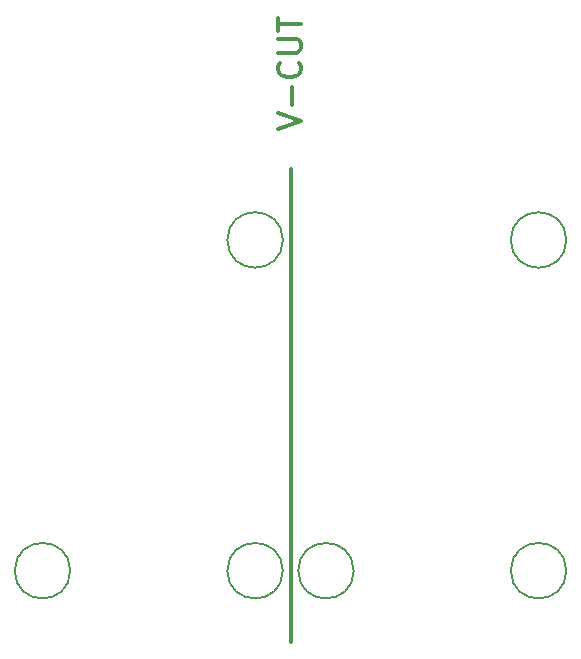
<source format=gbr>
%TF.GenerationSoftware,KiCad,Pcbnew,7.0.10*%
%TF.CreationDate,2025-01-30T23:53:47+01:00*%
%TF.ProjectId,DoublePanel_VCut,446f7562-6c65-4506-916e-656c5f564375,rev?*%
%TF.SameCoordinates,Original*%
%TF.FileFunction,Other,Comment*%
%FSLAX46Y46*%
G04 Gerber Fmt 4.6, Leading zero omitted, Abs format (unit mm)*
G04 Created by KiCad (PCBNEW 7.0.10) date 2025-01-30 23:53:47*
%MOMM*%
%LPD*%
G01*
G04 APERTURE LIST*
%ADD10C,0.300000*%
%ADD11C,0.150000*%
G04 APERTURE END LIST*
D10*
X148500000Y-17000000D02*
X148500000Y-57000000D01*
X147409638Y-13612155D02*
X149409638Y-12945489D01*
X149409638Y-12945489D02*
X147409638Y-12278822D01*
X148647733Y-11612155D02*
X148647733Y-10088346D01*
X149219161Y-7993108D02*
X149314400Y-8088346D01*
X149314400Y-8088346D02*
X149409638Y-8374060D01*
X149409638Y-8374060D02*
X149409638Y-8564536D01*
X149409638Y-8564536D02*
X149314400Y-8850251D01*
X149314400Y-8850251D02*
X149123923Y-9040727D01*
X149123923Y-9040727D02*
X148933447Y-9135965D01*
X148933447Y-9135965D02*
X148552495Y-9231203D01*
X148552495Y-9231203D02*
X148266780Y-9231203D01*
X148266780Y-9231203D02*
X147885828Y-9135965D01*
X147885828Y-9135965D02*
X147695352Y-9040727D01*
X147695352Y-9040727D02*
X147504876Y-8850251D01*
X147504876Y-8850251D02*
X147409638Y-8564536D01*
X147409638Y-8564536D02*
X147409638Y-8374060D01*
X147409638Y-8374060D02*
X147504876Y-8088346D01*
X147504876Y-8088346D02*
X147600114Y-7993108D01*
X147409638Y-7135965D02*
X149028685Y-7135965D01*
X149028685Y-7135965D02*
X149219161Y-7040727D01*
X149219161Y-7040727D02*
X149314400Y-6945489D01*
X149314400Y-6945489D02*
X149409638Y-6755013D01*
X149409638Y-6755013D02*
X149409638Y-6374060D01*
X149409638Y-6374060D02*
X149314400Y-6183584D01*
X149314400Y-6183584D02*
X149219161Y-6088346D01*
X149219161Y-6088346D02*
X149028685Y-5993108D01*
X149028685Y-5993108D02*
X147409638Y-5993108D01*
X147409638Y-5326441D02*
X147409638Y-4183584D01*
X149409638Y-4755013D02*
X147409638Y-4755013D01*
D11*
%TO.C,H2*%
X129850000Y-51000000D02*
G75*
G03*
X125150000Y-51000000I-2350000J0D01*
G01*
X125150000Y-51000000D02*
G75*
G03*
X129850000Y-51000000I2350000J0D01*
G01*
%TO.C,H3*%
X147850000Y-51000000D02*
G75*
G03*
X143150000Y-51000000I-2350000J0D01*
G01*
X143150000Y-51000000D02*
G75*
G03*
X147850000Y-51000000I2350000J0D01*
G01*
%TO.C,H1*%
X171850000Y-23000000D02*
G75*
G03*
X167150000Y-23000000I-2350000J0D01*
G01*
X167150000Y-23000000D02*
G75*
G03*
X171850000Y-23000000I2350000J0D01*
G01*
%TO.C,H2*%
X153850000Y-51000000D02*
G75*
G03*
X149150000Y-51000000I-2350000J0D01*
G01*
X149150000Y-51000000D02*
G75*
G03*
X153850000Y-51000000I2350000J0D01*
G01*
%TO.C,H3*%
X171850000Y-51000000D02*
G75*
G03*
X167150000Y-51000000I-2350000J0D01*
G01*
X167150000Y-51000000D02*
G75*
G03*
X171850000Y-51000000I2350000J0D01*
G01*
%TO.C,H1*%
X147850000Y-23000000D02*
G75*
G03*
X143150000Y-23000000I-2350000J0D01*
G01*
X143150000Y-23000000D02*
G75*
G03*
X147850000Y-23000000I2350000J0D01*
G01*
%TD*%
M02*

</source>
